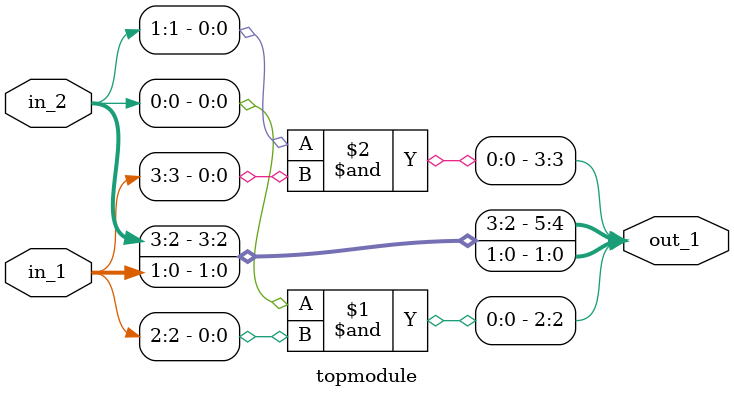
<source format=v>
module topmodule (
   in_1,
   in_2,
   out_1
);

  // input-output port declaration
  input [3:0] in_1,in_2;
  output [5:0] out_1;

  assign out_1={in_2[3],in_2[2],in_2[1]&in_1[3],in_2[0]&in_1[2],in_1[1],in_1[0]};
endmodule

</source>
